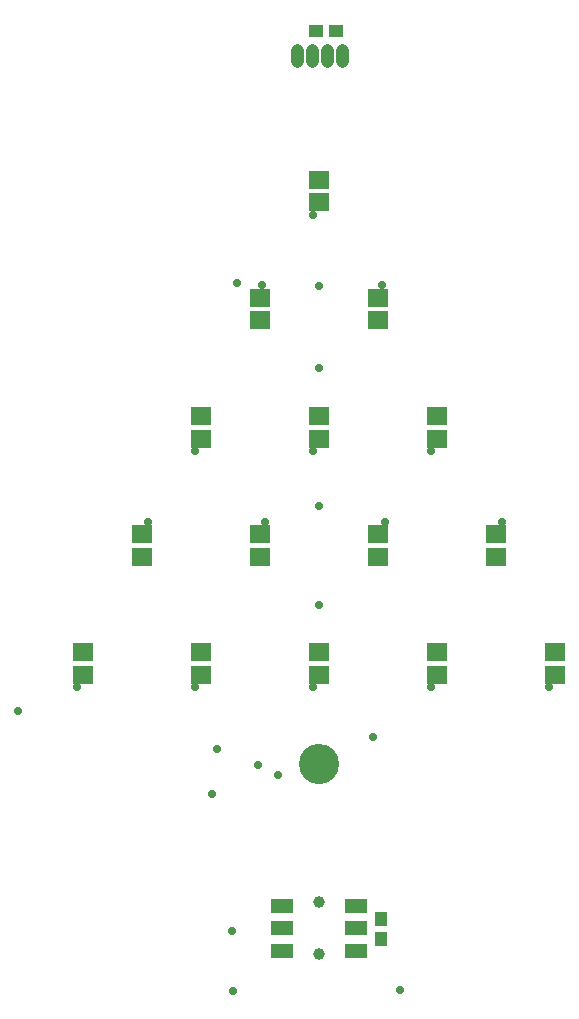
<source format=gbs>
G04 EAGLE Gerber RS-274X export*
G75*
%MOMM*%
%FSLAX34Y34*%
%LPD*%
%INSoldermask Bottom*%
%IPPOS*%
%AMOC8*
5,1,8,0,0,1.08239X$1,22.5*%
G01*
%ADD10R,1.703200X1.503200*%
%ADD11C,1.092200*%
%ADD12R,1.203200X1.103200*%
%ADD13C,3.403200*%
%ADD14R,1.879600X1.219200*%
%ADD15C,1.003200*%
%ADD16R,1.103200X1.203200*%
%ADD17C,0.705600*%


D10*
X100000Y330500D03*
X100000Y349500D03*
X200000Y530500D03*
X200000Y549500D03*
X300000Y530500D03*
X300000Y549500D03*
X400000Y530500D03*
X400000Y549500D03*
X350000Y649500D03*
X350000Y630500D03*
X250000Y649500D03*
X250000Y630500D03*
X300000Y730500D03*
X300000Y749500D03*
X200000Y330500D03*
X200000Y349500D03*
X300000Y330500D03*
X300000Y349500D03*
X400000Y330500D03*
X400000Y349500D03*
X500000Y330500D03*
X500000Y349500D03*
X450000Y449500D03*
X450000Y430500D03*
X350000Y449500D03*
X350000Y430500D03*
X250000Y449500D03*
X250000Y430500D03*
X150000Y449500D03*
X150000Y430500D03*
D11*
X280950Y850555D02*
X280950Y859445D01*
X293650Y859445D02*
X293650Y850555D01*
X306350Y850555D02*
X306350Y859445D01*
X319050Y859445D02*
X319050Y850555D01*
D12*
X314400Y875800D03*
X297400Y875800D03*
D13*
X300000Y255000D03*
D14*
X268660Y134950D03*
X268660Y115900D03*
X268660Y96850D03*
X330890Y134950D03*
X330890Y115900D03*
X330890Y96850D03*
D15*
X299775Y138125D03*
X299775Y93675D03*
D16*
X352000Y123850D03*
X352000Y106850D03*
D17*
X248450Y254190D03*
X226300Y113650D03*
X209550Y229380D03*
X213110Y267890D03*
X95000Y320000D03*
X195000Y320000D03*
X295000Y320000D03*
X395000Y320000D03*
X495000Y320000D03*
X195000Y520000D03*
X295000Y520000D03*
X395000Y520000D03*
X295000Y720000D03*
X154940Y459740D03*
X254000Y459740D03*
X355600Y459740D03*
X454660Y459740D03*
X251460Y660400D03*
X353060Y660400D03*
X226730Y63140D03*
X345400Y278240D03*
X300000Y390000D03*
X300000Y473650D03*
X300000Y590000D03*
X300000Y660000D03*
X230160Y662380D03*
X265400Y245540D03*
X45000Y300000D03*
X368300Y63500D03*
M02*

</source>
